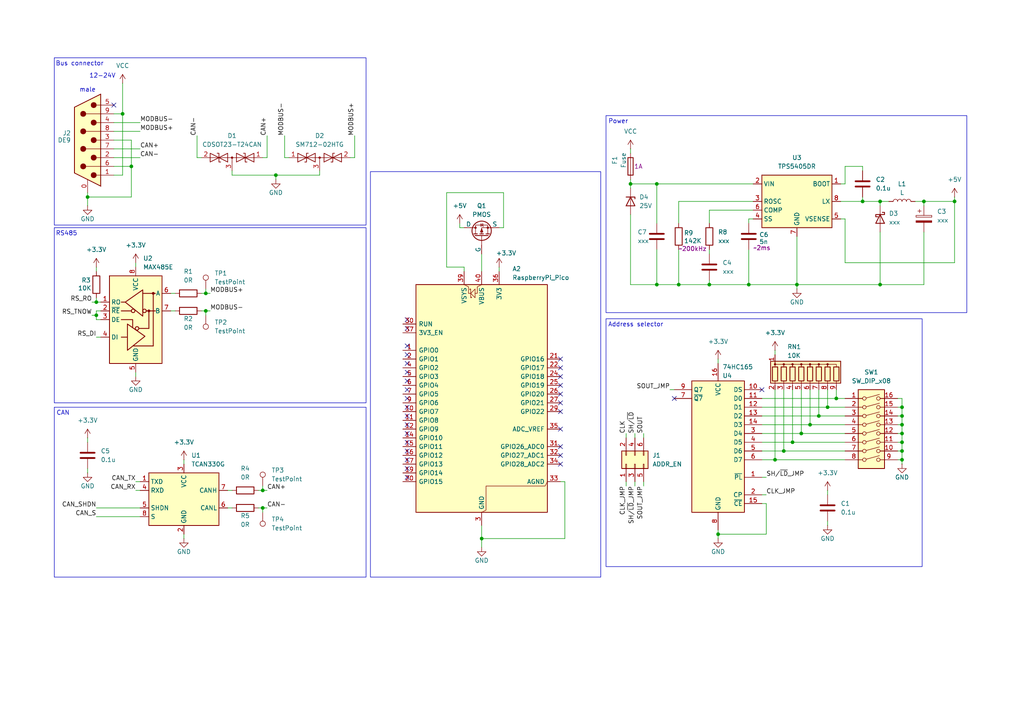
<source format=kicad_sch>
(kicad_sch (version 20250114) (generator "eeschema") (generator_version "9.0")
  (paper "A4")
  (lib_symbols
    (symbol "74xx:74HC165"
      (property "Reference" "U" (at -7.62 19.05 0))
      (property "Value" "74HC165" (at -7.62 -21.59 0))
      (symbol "74HC165_1_0"
        (pin input line (at -12.7 15.24 0) (length 5.08) (name "DS") (number "10"))
        (pin input line (at -12.7 12.7 0) (length 5.08) (name "D0") (number "11"))
        (pin input line (at -12.7 10.16 0) (length 5.08) (name "D1") (number "12"))
        (pin input line (at -12.7 7.62 0) (length 5.08) (name "D2") (number "13"))
        (pin input line (at -12.7 5.08 0) (length 5.08) (name "D3") (number "14"))
        (pin input line (at -12.7 2.54 0) (length 5.08) (name "D4") (number "3"))
        (pin input line (at -12.7 0 0) (length 5.08) (name "D5") (number "4"))
        (pin input line (at -12.7 -2.54 0) (length 5.08) (name "D6") (number "5"))
        (pin input line (at -12.7 -5.08 0) (length 5.08) (name "D7") (number "6"))
        (pin input line (at -12.7 -10.16 0) (length 5.08) (name "~{PL}") (number "1"))
        (pin input line (at -12.7 -15.24 0) (length 5.08) (name "CP") (number "2"))
        (pin input line (at -12.7 -17.78 0) (length 5.08) (name "~{CE}") (number "15"))
        (pin power_in line (at 0 22.86 270) (length 5.08) (name "VCC") (number "16"))
        (pin power_in line (at 0 -25.4 90) (length 5.08) (name "GND") (number "8"))
        (pin output line (at 12.7 15.24 180) (length 5.08) (name "Q7") (number "9"))
        (pin output line (at 12.7 12.7 180) (length 5.08) (name "~{Q7}") (number "7"))
      )
    )
    (symbol "Connector:DE9_Pins_MountingHoles" (pin_names (offset 1.016) (hide yes))
      (property "Reference" "J" (at 0 16.51 0))
      (property "Value" "DE9_Pins_MountingHoles" (at 0 14.605 0))
      (symbol "DE9_Pins_MountingHoles_1_1"
        (pin passive line (at -7.62 10.16 0) (length 3.81) (name "5") (number "5"))
        (pin passive line (at -7.62 7.62 0) (length 3.81) (name "9") (number "9"))
        (pin passive line (at -7.62 5.08 0) (length 3.81) (name "4") (number "4"))
        (pin passive line (at -7.62 2.54 0) (length 3.81) (name "8") (number "8"))
        (pin passive line (at -7.62 0 0) (length 3.81) (name "3") (number "3"))
        (pin passive line (at -7.62 -2.54 0) (length 3.81) (name "7") (number "7"))
        (pin passive line (at -7.62 -5.08 0) (length 3.81) (name "2") (number "2"))
        (pin passive line (at -7.62 -7.62 0) (length 3.81) (name "6") (number "6"))
        (pin passive line (at -7.62 -10.16 0) (length 3.81) (name "1") (number "1"))
        (pin passive line (at 0 -15.24 90) (length 3.81) (name "PAD") (number "0"))
      )
    )
    (symbol "Connector:TestPoint" (pin_numbers (hide yes)) (pin_names (offset 0.762) (hide yes))
      (property "Reference" "TP" (at 0 6.858 0))
      (property "Value" "TestPoint" (at 0 5.08 0))
      (symbol "TestPoint_1_1"
        (pin passive line (at 0 0 90) (length 2.54) (name "1") (number "1"))
      )
    )
    (symbol "Connector_Generic:Conn_02x03_Odd_Even" (pin_names (offset 1.016) (hide yes))
      (property "Reference" "J" (at 1.27 5.08 0))
      (property "Value" "Conn_02x03_Odd_Even" (at 1.27 -5.08 0))
      (symbol "Conn_02x03_Odd_Even_1_1"
        (pin passive line (at -5.08 2.54 0) (length 3.81) (name "Pin_1") (number "1"))
        (pin passive line (at -5.08 0 0) (length 3.81) (name "Pin_3") (number "3"))
        (pin passive line (at -5.08 -2.54 0) (length 3.81) (name "Pin_5") (number "5"))
        (pin passive line (at 7.62 2.54 180) (length 3.81) (name "Pin_2") (number "2"))
        (pin passive line (at 7.62 0 180) (length 3.81) (name "Pin_4") (number "4"))
        (pin passive line (at 7.62 -2.54 180) (length 3.81) (name "Pin_6") (number "6"))
      )
    )
    (symbol "Device:C" (pin_numbers (hide yes)) (pin_names (offset 0.254))
      (property "Reference" "C" (at 0.635 2.54 0))
      (property "Value" "C" (at 0.635 -2.54 0))
      (symbol "C_1_1"
        (pin passive line (at 0 3.81 270) (length 2.794) (name "~") (number "1"))
        (pin passive line (at 0 -3.81 90) (length 2.794) (name "~") (number "2"))
      )
    )
    (symbol "Device:C_Polarized" (pin_numbers (hide yes)) (pin_names (offset 0.254))
      (property "Reference" "C" (at 0.635 2.54 0))
      (property "Value" "C_Polarized" (at 0.635 -2.54 0))
      (symbol "C_Polarized_1_1"
        (pin passive line (at 0 3.81 270) (length 2.794) (name "~") (number "1"))
        (pin passive line (at 0 -3.81 90) (length 2.794) (name "~") (number "2"))
      )
    )
    (symbol "Device:D_Schottky" (pin_numbers (hide yes)) (pin_names (offset 1.016) (hide yes))
      (property "Reference" "D" (at 0 2.54 0))
      (property "Value" "D_Schottky" (at 0 -2.54 0))
      (symbol "D_Schottky_1_1"
        (pin passive line (at -3.81 0 0) (length 2.54) (name "K") (number "1"))
        (pin passive line (at 3.81 0 180) (length 2.54) (name "A") (number "2"))
      )
    )
    (symbol "Device:D_Zener" (pin_numbers (hide yes)) (pin_names (offset 1.016) (hide yes))
      (property "Reference" "D" (at 0 2.54 0))
      (property "Value" "D_Zener" (at 0 -2.54 0))
      (symbol "D_Zener_1_1"
        (pin passive line (at -3.81 0 0) (length 2.54) (name "K") (number "1"))
        (pin passive line (at 3.81 0 180) (length 2.54) (name "A") (number "2"))
      )
    )
    (symbol "Device:Fuse" (pin_numbers (hide yes)) (pin_names (offset 0))
      (property "Reference" "F" (at 2.032 0 90))
      (property "Value" "Fuse" (at -1.905 0 90))
      (symbol "Fuse_1_1"
        (pin passive line (at 0 3.81 270) (length 1.27) (name "~") (number "1"))
        (pin passive line (at 0 -3.81 90) (length 1.27) (name "~") (number "2"))
      )
    )
    (symbol "Device:L" (pin_numbers (hide yes)) (pin_names (offset 1.016) (hide yes))
      (property "Reference" "L" (at -1.27 0 90))
      (property "Value" "L" (at 1.905 0 90))
      (symbol "L_1_1"
        (pin passive line (at 0 3.81 270) (length 1.27) (name "1") (number "1"))
        (pin passive line (at 0 -3.81 90) (length 1.27) (name "2") (number "2"))
      )
    )
    (symbol "Device:R" (pin_numbers (hide yes)) (pin_names (offset 0))
      (property "Reference" "R" (at 2.032 0 90))
      (property "Value" "R" (at 0 0 90))
      (symbol "R_1_1"
        (pin passive line (at 0 3.81 270) (length 1.27) (name "~") (number "1"))
        (pin passive line (at 0 -3.81 90) (length 1.27) (name "~") (number "2"))
      )
    )
    (symbol "Device:R_Network08" (pin_names (offset 0) (hide yes))
      (property "Reference" "RN" (at -12.7 0 90))
      (property "Value" "R_Network08" (at 10.16 0 90))
      (symbol "R_Network08_1_1"
        (pin passive line (at -10.16 5.08 270) (length 2.54) (name "common") (number "1"))
        (pin passive line (at -10.16 -5.08 90) (length 1.27) (name "R1") (number "2"))
        (pin passive line (at -7.62 -5.08 90) (length 1.27) (name "R2") (number "3"))
        (pin passive line (at -5.08 -5.08 90) (length 1.27) (name "R3") (number "4"))
        (pin passive line (at -2.54 -5.08 90) (length 1.27) (name "R4") (number "5"))
        (pin passive line (at 0 -5.08 90) (length 1.27) (name "R5") (number "6"))
        (pin passive line (at 2.54 -5.08 90) (length 1.27) (name "R6") (number "7"))
        (pin passive line (at 5.08 -5.08 90) (length 1.27) (name "R7") (number "8"))
        (pin passive line (at 7.62 -5.08 90) (length 1.27) (name "R8") (number "9"))
      )
    )
    (symbol "Diode:SM712_SOT23" (pin_names (offset 1.016) (hide yes))
      (property "Reference" "D" (at 0 4.445 0))
      (property "Value" "SM712_SOT23" (at 0 2.54 0))
      (symbol "SM712_SOT23_1_1"
        (pin passive line (at -8.89 0 0) (length 2.54) (name "A1") (number "1"))
        (pin input line (at 0 -3.81 90) (length 2.54) (name "common") (number "3"))
        (pin passive line (at 8.89 0 180) (length 2.54) (name "A2") (number "2"))
      )
    )
    (symbol "Interface_CAN_LIN:TCAN330G"
      (property "Reference" "U" (at -10.16 8.89 0))
      (property "Value" "TCAN330G" (at 2.54 8.89 0))
      (symbol "TCAN330G_1_1"
        (pin input line (at -12.7 5.08 0) (length 2.54) (name "TXD") (number "1"))
        (pin tri_state line (at -12.7 2.54 0) (length 2.54) (name "RXD") (number "4"))
        (pin input line (at -12.7 -2.54 0) (length 2.54) (name "SHDN") (number "5"))
        (pin input line (at -12.7 -5.08 0) (length 2.54) (name "S") (number "8"))
        (pin power_in line (at 0 10.16 270) (length 2.54) (name "VCC") (number "3"))
        (pin power_in line (at 0 -10.16 90) (length 2.54) (name "GND") (number "2"))
        (pin bidirectional line (at 12.7 2.54 180) (length 2.54) (name "CANH") (number "7"))
        (pin bidirectional line (at 12.7 -2.54 180) (length 2.54) (name "CANL") (number "6"))
      )
    )
    (symbol "Interface_UART:MAX485E"
      (property "Reference" "U" (at -6.985 13.97 0))
      (property "Value" "MAX485E" (at 1.905 13.97 0))
      (symbol "MAX485E_1_1"
        (pin output line (at -10.16 5.08 0) (length 2.54) (name "RO") (number "1"))
        (pin input line (at -10.16 2.54 0) (length 2.54) (name "~{RE}") (number "2"))
        (pin input line (at -10.16 0 0) (length 2.54) (name "DE") (number "3"))
        (pin input line (at -10.16 -5.08 0) (length 2.54) (name "DI") (number "4"))
        (pin power_in line (at 0 15.24 270) (length 2.54) (name "VCC") (number "8"))
        (pin power_in line (at 0 -15.24 90) (length 2.54) (name "GND") (number "5"))
        (pin bidirectional line (at 10.16 7.62 180) (length 2.54) (name "A") (number "6"))
        (pin bidirectional line (at 10.16 2.54 180) (length 2.54) (name "B") (number "7"))
      )
    )
    (symbol "MCU_Module:RaspberryPi_Pico" (pin_names (offset 0.762))
      (property "Reference" "A" (at -19.05 35.56 0))
      (property "Value" "RaspberryPi_Pico" (at 7.62 35.56 0))
      (symbol "RaspberryPi_Pico_1_1"
        (pin passive line (at -22.86 22.86 0) (length 3.81) (name "RUN") (number "30"))
        (pin passive line (at -22.86 20.32 0) (length 3.81) (name "3V3_EN") (number "37"))
        (pin bidirectional line (at -22.86 15.24 0) (length 3.81) (name "GPIO0") (number "1"))
        (pin bidirectional line (at -22.86 12.7 0) (length 3.81) (name "GPIO1") (number "2"))
        (pin bidirectional line (at -22.86 10.16 0) (length 3.81) (name "GPIO2") (number "4"))
        (pin bidirectional line (at -22.86 7.62 0) (length 3.81) (name "GPIO3") (number "5"))
        (pin bidirectional line (at -22.86 5.08 0) (length 3.81) (name "GPIO4") (number "6"))
        (pin bidirectional line (at -22.86 2.54 0) (length 3.81) (name "GPIO5") (number "7"))
        (pin bidirectional line (at -22.86 0 0) (length 3.81) (name "GPIO6") (number "9"))
        (pin bidirectional line (at -22.86 -2.54 0) (length 3.81) (name "GPIO7") (number "10"))
        (pin bidirectional line (at -22.86 -5.08 0) (length 3.81) (name "GPIO8") (number "11"))
        (pin bidirectional line (at -22.86 -7.62 0) (length 3.81) (name "GPIO9") (number "12"))
        (pin bidirectional line (at -22.86 -10.16 0) (length 3.81) (name "GPIO10") (number "14"))
        (pin bidirectional line (at -22.86 -12.7 0) (length 3.81) (name "GPIO11") (number "15"))
        (pin bidirectional line (at -22.86 -15.24 0) (length 3.81) (name "GPIO12") (number "16"))
        (pin bidirectional line (at -22.86 -17.78 0) (length 3.81) (name "GPIO13") (number "17"))
        (pin bidirectional line (at -22.86 -20.32 0) (length 3.81) (name "GPIO14") (number "19"))
        (pin bidirectional line (at -22.86 -22.86 0) (length 3.81) (name "GPIO15") (number "20"))
        (pin power_in line (at -5.08 38.1 270) (length 3.81) (name "VSYS") (number "39"))
        (pin power_out line (at 0 38.1 270) (length 3.81) (name "VBUS") (number "40"))
        (pin passive line (at 0 -35.56 90) (length 3.81) (hide yes) (name "GND") (number "13"))
        (pin passive line (at 0 -35.56 90) (length 3.81) (hide yes) (name "GND") (number "18"))
        (pin passive line (at 0 -35.56 90) (length 3.81) (hide yes) (name "GND") (number "23"))
        (pin passive line (at 0 -35.56 90) (length 3.81) (hide yes) (name "GND") (number "28"))
        (pin power_out line (at 0 -35.56 90) (length 3.81) (name "GND") (number "3"))
        (pin passive line (at 0 -35.56 90) (length 3.81) (hide yes) (name "GND") (number "38"))
        (pin passive line (at 0 -35.56 90) (length 3.81) (hide yes) (name "GND") (number "8"))
        (pin power_out line (at 5.08 38.1 270) (length 3.81) (name "3V3") (number "36"))
        (pin bidirectional line (at 22.86 12.7 180) (length 3.81) (name "GPIO16") (number "21"))
        (pin bidirectional line (at 22.86 10.16 180) (length 3.81) (name "GPIO17") (number "22"))
        (pin bidirectional line (at 22.86 7.62 180) (length 3.81) (name "GPIO18") (number "24"))
        (pin bidirectional line (at 22.86 5.08 180) (length 3.81) (name "GPIO19") (number "25"))
        (pin bidirectional line (at 22.86 2.54 180) (length 3.81) (name "GPIO20") (number "26"))
        (pin bidirectional line (at 22.86 0 180) (length 3.81) (name "GPIO21") (number "27"))
        (pin bidirectional line (at 22.86 -2.54 180) (length 3.81) (name "GPIO22") (number "29"))
        (pin power_in line (at 22.86 -7.62 180) (length 3.81) (name "ADC_VREF") (number "35"))
        (pin bidirectional line (at 22.86 -12.7 180) (length 3.81) (name "GPIO26_ADC0") (number "31"))
        (pin bidirectional line (at 22.86 -15.24 180) (length 3.81) (name "GPIO27_ADC1") (number "32"))
        (pin bidirectional line (at 22.86 -17.78 180) (length 3.81) (name "GPIO28_ADC2") (number "34"))
        (pin power_out line (at 22.86 -22.86 180) (length 3.81) (name "AGND") (number "33"))
      )
    )
    (symbol "Regulator_Switching:TPS5403"
      (property "Reference" "U" (at 0 11.43 0))
      (property "Value" "TPS5403" (at 0 8.89 0))
      (symbol "TPS5403_1_1"
        (pin power_in line (at -12.7 5.08 0) (length 2.54) (name "VIN") (number "2"))
        (pin passive line (at -12.7 0 0) (length 2.54) (name "ROSC") (number "3"))
        (pin passive line (at -12.7 -2.54 0) (length 2.54) (name "COMP") (number "6"))
        (pin passive line (at -12.7 -5.08 0) (length 2.54) (name "SS") (number "4"))
        (pin power_in line (at 0 -10.16 90) (length 2.54) (name "GND") (number "7"))
        (pin passive line (at 12.7 5.08 180) (length 2.54) (name "BOOT") (number "1"))
        (pin output line (at 12.7 0 180) (length 2.54) (name "LX") (number "8"))
        (pin input line (at 12.7 -5.08 180) (length 2.54) (name "VSENSE") (number "5"))
      )
    )
    (symbol "Simulation_SPICE:PMOS" (pin_numbers (hide yes)) (pin_names (offset 0))
      (property "Reference" "Q" (at 5.08 1.27 0))
      (property "Value" "PMOS" (at 5.08 -1.27 0))
      (symbol "PMOS_1_1"
        (pin input line (at -5.08 0 0) (length 2.54) (name "G") (number "2"))
        (pin passive line (at 2.54 5.08 270) (length 2.54) (name "D") (number "1"))
        (pin passive line (at 2.54 -5.08 90) (length 2.54) (name "S") (number "3"))
      )
    )
    (symbol "Switch:SW_DIP_x08" (pin_names (offset 0) (hide yes))
      (property "Reference" "SW" (at 0 13.97 0))
      (property "Value" "SW_DIP_x08" (at 0 -11.43 0))
      (symbol "SW_DIP_x08_1_1"
        (pin passive line (at -7.62 10.16 0) (length 5.08) (name "~") (number "1"))
        (pin passive line (at -7.62 7.62 0) (length 5.08) (name "~") (number "2"))
        (pin passive line (at -7.62 5.08 0) (length 5.08) (name "~") (number "3"))
        (pin passive line (at -7.62 2.54 0) (length 5.08) (name "~") (number "4"))
        (pin passive line (at -7.62 0 0) (length 5.08) (name "~") (number "5"))
        (pin passive line (at -7.62 -2.54 0) (length 5.08) (name "~") (number "6"))
        (pin passive line (at -7.62 -5.08 0) (length 5.08) (name "~") (number "7"))
        (pin passive line (at -7.62 -7.62 0) (length 5.08) (name "~") (number "8"))
        (pin passive line (at 7.62 10.16 180) (length 5.08) (name "~") (number "16"))
        (pin passive line (at 7.62 7.62 180) (length 5.08) (name "~") (number "15"))
        (pin passive line (at 7.62 5.08 180) (length 5.08) (name "~") (number "14"))
        (pin passive line (at 7.62 2.54 180) (length 5.08) (name "~") (number "13"))
        (pin passive line (at 7.62 0 180) (length 5.08) (name "~") (number "12"))
        (pin passive line (at 7.62 -2.54 180) (length 5.08) (name "~") (number "11"))
        (pin passive line (at 7.62 -5.08 180) (length 5.08) (name "~") (number "10"))
        (pin passive line (at 7.62 -7.62 180) (length 5.08) (name "~") (number "9"))
      )
    )
    (symbol "power:+3.3V" (power) (pin_numbers (hide yes)) (pin_names (offset 0) (hide yes))
      (property "Value" "+3.3V" (at 0 3.556 0))
      (symbol "+3.3V_1_1"
        (pin power_in line (at 0 0 90) (length 0) (name "~") (number "1"))
      )
    )
    (symbol "power:+5V" (power) (pin_numbers (hide yes)) (pin_names (offset 0) (hide yes))
      (property "Value" "+5V" (at 0 3.556 0))
      (symbol "+5V_1_1"
        (pin power_in line (at 0 0 90) (length 0) (name "~") (number "1"))
      )
    )
    (symbol "power:GND" (power) (pin_numbers (hide yes)) (pin_names (offset 0) (hide yes))
      (property "Value" "GND" (at 0 -3.81 0))
      (symbol "GND_1_1"
        (pin power_in line (at 0 0 270) (length 0) (name "~") (number "1"))
      )
    )
    (symbol "power:VCC" (power) (pin_numbers (hide yes)) (pin_names (offset 0) (hide yes))
      (property "Value" "VCC" (at 0 3.556 0))
      (symbol "VCC_1_1"
        (pin power_in line (at 0 0 90) (length 0) (name "~") (number "1"))
      )
    )
  )
  (rectangle (start 107.442 49.784) (end 174.244 167.386))
  (rectangle (start 175.768 33.528) (end 280.416 90.678))
  (rectangle (start 15.748 66.04) (end 106.172 116.84))
  (rectangle (start 15.748 118.11) (end 106.172 167.386))
  (rectangle (start 175.768 92.456) (end 267.462 164.338))
  (rectangle (start 15.748 16.764) (end 106.172 65.278))
  (text "CAN" (at 18.288 119.888 0) (effects (font (size 1.27 1.27))))
  (text "12-24V" (at 29.718 22.098 0) (effects (font (size 1.27 1.27))))
  (text "Power" (at 179.324 35.306 0) (effects (font (size 1.27 1.27))))
  (text "Bus connector" (at 23.114 18.542 0) (effects (font (size 1.27 1.27))))
  (text "Address selector" (at 184.404 94.234 0) (effects (font (size 1.27 1.27))))
  (text "male" (at 25.4 26.162 0) (effects (font (size 1.27 1.27))))
  (text "RS485" (at 19.304 67.818 0) (effects (font (size 1.27 1.27))))
  (junction (at 237.49 120.65))
  (junction (at 255.27 82.55))
  (junction (at 227.33 130.81))
  (junction (at 231.14 82.55))
  (junction (at 250.19 58.42))
  (junction (at 80.01 50.8))
  (junction (at 224.79 133.35))
  (junction (at 261.62 130.81))
  (junction (at 232.41 125.73))
  (junction (at 59.69 85.09))
  (junction (at 267.97 58.42))
  (junction (at 25.4 57.15))
  (junction (at 139.7 156.21))
  (junction (at 76.2 142.24))
  (junction (at 234.95 123.19))
  (junction (at 255.27 58.42))
  (junction (at 261.62 120.65))
  (junction (at 242.57 115.57))
  (junction (at 261.62 133.35))
  (junction (at 35.56 33.02))
  (junction (at 261.62 118.11))
  (junction (at 208.28 154.94))
  (junction (at 205.74 82.55))
  (junction (at 38.1 48.26))
  (junction (at 261.62 128.27))
  (junction (at 240.03 118.11))
  (junction (at 27.94 91.44))
  (junction (at 229.87 128.27))
  (junction (at 261.62 123.19))
  (junction (at 59.69 90.17))
  (junction (at 276.86 58.42))
  (junction (at 27.94 87.63))
  (junction (at 217.17 82.55))
  (junction (at 76.2 147.32))
  (junction (at 190.5 82.55))
  (junction (at 182.88 53.34))
  (junction (at 196.85 82.55))
  (junction (at 261.62 125.73))
  (junction (at 190.5 53.34))
  (no_connect (at 162.56 119.38))
  (no_connect (at 162.56 114.3))
  (no_connect (at 118.11 100.33))
  (no_connect (at 118.11 138.43))
  (no_connect (at 162.56 134.62))
  (no_connect (at 195.58 115.57))
  (no_connect (at 118.11 128.27))
  (no_connect (at 162.56 129.54))
  (no_connect (at 118.11 130.81))
  (no_connect (at 162.56 132.08))
  (no_connect (at 162.56 116.84))
  (no_connect (at 118.11 113.03))
  (no_connect (at 118.11 92.71))
  (no_connect (at 118.11 118.11))
  (no_connect (at 118.11 123.19))
  (no_connect (at 118.11 110.49))
  (no_connect (at 162.56 109.22))
  (no_connect (at 118.11 115.57))
  (no_connect (at 162.56 111.76))
  (no_connect (at 118.11 105.41))
  (no_connect (at 118.11 102.87))
  (no_connect (at 118.11 125.73))
  (no_connect (at 162.56 124.46))
  (no_connect (at 220.98 113.03))
  (no_connect (at 118.11 95.25))
  (no_connect (at 118.11 133.35))
  (no_connect (at 118.11 120.65))
  (no_connect (at 162.56 104.14))
  (no_connect (at 33.02 30.48))
  (no_connect (at 118.11 107.95))
  (no_connect (at 118.11 135.89))
  (no_connect (at 162.56 106.68))
  (wire (pts (xy 217.17 72.39) (xy 217.17 82.55)))
  (wire (pts (xy 220.98 130.81) (xy 227.33 130.81)))
  (wire (pts (xy 220.98 146.05) (xy 222.25 146.05)))
  (wire (pts (xy 59.69 83.82) (xy 59.69 85.09)))
  (wire (pts (xy 182.88 53.34) (xy 182.88 54.61)))
  (wire (pts (xy 27.94 91.44) (xy 27.94 92.71)))
  (wire (pts (xy 224.79 133.35) (xy 245.11 133.35)))
  (wire (pts (xy 190.5 72.39) (xy 190.5 82.55)))
  (wire (pts (xy 260.35 120.65) (xy 261.62 120.65)))
  (wire (pts (xy 237.49 113.03) (xy 237.49 120.65)))
  (wire (pts (xy 220.98 120.65) (xy 237.49 120.65)))
  (wire (pts (xy 220.98 143.51) (xy 222.25 143.51)))
  (wire (pts (xy 182.88 62.23) (xy 182.88 82.55)))
  (wire (pts (xy 82.55 39.37) (xy 82.55 45.72)))
  (wire (pts (xy 146.05 66.04) (xy 146.05 55.88)))
  (wire (pts (xy 208.28 154.94) (xy 208.28 156.21)))
  (wire (pts (xy 217.17 64.77) (xy 217.17 63.5)))
  (wire (pts (xy 26.67 87.63) (xy 27.94 87.63)))
  (wire (pts (xy 58.42 85.09) (xy 59.69 85.09)))
  (wire (pts (xy 38.1 48.26) (xy 33.02 48.26)))
  (wire (pts (xy 220.98 115.57) (xy 242.57 115.57)))
  (wire (pts (xy 74.93 147.32) (xy 76.2 147.32)))
  (wire (pts (xy 245.11 53.34) (xy 245.11 48.26)))
  (wire (pts (xy 250.19 48.26) (xy 250.19 49.53)))
  (wire (pts (xy 245.11 48.26) (xy 250.19 48.26)))
  (wire (pts (xy 261.62 120.65) (xy 261.62 123.19)))
  (wire (pts (xy 38.1 40.64) (xy 33.02 40.64)))
  (wire (pts (xy 76.2 147.32) (xy 76.2 148.59)))
  (wire (pts (xy 242.57 115.57) (xy 245.11 115.57)))
  (wire (pts (xy 146.05 55.88) (xy 129.54 55.88)))
  (wire (pts (xy 186.69 125.73) (xy 186.69 127)))
  (wire (pts (xy 260.35 125.73) (xy 261.62 125.73)))
  (wire (pts (xy 25.4 55.88) (xy 25.4 57.15)))
  (wire (pts (xy 59.69 85.09) (xy 60.96 85.09)))
  (wire (pts (xy 40.64 45.72) (xy 33.02 45.72)))
  (wire (pts (xy 92.71 49.53) (xy 92.71 50.8)))
  (wire (pts (xy 234.95 113.03) (xy 234.95 123.19)))
  (wire (pts (xy 102.87 39.37) (xy 102.87 45.72)))
  (wire (pts (xy 242.57 113.03) (xy 242.57 115.57)))
  (wire (pts (xy 38.1 40.64) (xy 38.1 48.26)))
  (wire (pts (xy 205.74 72.39) (xy 205.74 73.66)))
  (wire (pts (xy 57.15 45.72) (xy 58.42 45.72)))
  (wire (pts (xy 162.56 139.7) (xy 163.83 139.7)))
  (wire (pts (xy 184.15 139.7) (xy 184.15 140.97)))
  (wire (pts (xy 222.25 154.94) (xy 208.28 154.94)))
  (wire (pts (xy 220.98 123.19) (xy 234.95 123.19)))
  (wire (pts (xy 196.85 58.42) (xy 196.85 64.77)))
  (wire (pts (xy 240.03 118.11) (xy 245.11 118.11)))
  (wire (pts (xy 240.03 142.24) (xy 240.03 143.51)))
  (wire (pts (xy 190.5 53.34) (xy 190.5 64.77)))
  (wire (pts (xy 80.01 50.8) (xy 92.71 50.8)))
  (wire (pts (xy 27.94 97.79) (xy 29.21 97.79)))
  (wire (pts (xy 217.17 63.5) (xy 218.44 63.5)))
  (wire (pts (xy 67.31 49.53) (xy 67.31 50.8)))
  (wire (pts (xy 261.62 128.27) (xy 261.62 130.81)))
  (wire (pts (xy 27.94 149.86) (xy 40.64 149.86)))
  (wire (pts (xy 27.94 90.17) (xy 27.94 91.44)))
  (wire (pts (xy 139.7 73.66) (xy 139.7 78.74)))
  (wire (pts (xy 38.1 57.15) (xy 25.4 57.15)))
  (wire (pts (xy 255.27 58.42) (xy 255.27 59.69)))
  (wire (pts (xy 40.64 35.56) (xy 33.02 35.56)))
  (wire (pts (xy 182.88 43.18) (xy 182.88 44.45)))
  (wire (pts (xy 181.61 125.73) (xy 181.61 127)))
  (wire (pts (xy 133.35 66.04) (xy 134.62 66.04)))
  (wire (pts (xy 129.54 77.47) (xy 134.62 77.47)))
  (wire (pts (xy 163.83 139.7) (xy 163.83 156.21)))
  (wire (pts (xy 27.94 86.36) (xy 27.94 87.63)))
  (wire (pts (xy 39.37 107.95) (xy 39.37 109.22)))
  (wire (pts (xy 35.56 33.02) (xy 35.56 50.8)))
  (wire (pts (xy 25.4 57.15) (xy 25.4 59.69)))
  (wire (pts (xy 234.95 123.19) (xy 245.11 123.19)))
  (wire (pts (xy 29.21 90.17) (xy 27.94 90.17)))
  (wire (pts (xy 35.56 50.8) (xy 33.02 50.8)))
  (wire (pts (xy 59.69 90.17) (xy 59.69 91.44)))
  (wire (pts (xy 82.55 45.72) (xy 83.82 45.72)))
  (wire (pts (xy 261.62 130.81) (xy 261.62 133.35)))
  (wire (pts (xy 181.61 139.7) (xy 181.61 140.97)))
  (wire (pts (xy 260.35 133.35) (xy 261.62 133.35)))
  (wire (pts (xy 222.25 146.05) (xy 222.25 154.94)))
  (wire (pts (xy 53.34 154.94) (xy 53.34 156.21)))
  (wire (pts (xy 260.35 123.19) (xy 261.62 123.19)))
  (wire (pts (xy 227.33 113.03) (xy 227.33 130.81)))
  (wire (pts (xy 255.27 58.42) (xy 257.81 58.42)))
  (wire (pts (xy 33.02 33.02) (xy 35.56 33.02)))
  (wire (pts (xy 232.41 113.03) (xy 232.41 125.73)))
  (wire (pts (xy 38.1 48.26) (xy 38.1 57.15)))
  (wire (pts (xy 26.67 91.44) (xy 27.94 91.44)))
  (wire (pts (xy 39.37 139.7) (xy 40.64 139.7)))
  (wire (pts (xy 39.37 142.24) (xy 40.64 142.24)))
  (wire (pts (xy 224.79 113.03) (xy 224.79 133.35)))
  (wire (pts (xy 255.27 67.31) (xy 255.27 82.55)))
  (wire (pts (xy 208.28 104.14) (xy 208.28 105.41)))
  (wire (pts (xy 27.94 77.47) (xy 27.94 78.74)))
  (wire (pts (xy 276.86 58.42) (xy 276.86 76.2)))
  (wire (pts (xy 218.44 60.96) (xy 205.74 60.96)))
  (wire (pts (xy 276.86 58.42) (xy 267.97 58.42)))
  (wire (pts (xy 250.19 58.42) (xy 255.27 58.42)))
  (wire (pts (xy 163.83 156.21) (xy 139.7 156.21)))
  (wire (pts (xy 27.94 87.63) (xy 29.21 87.63)))
  (wire (pts (xy 255.27 82.55) (xy 231.14 82.55)))
  (wire (pts (xy 59.69 90.17) (xy 60.96 90.17)))
  (wire (pts (xy 227.33 130.81) (xy 245.11 130.81)))
  (wire (pts (xy 129.54 55.88) (xy 129.54 77.47)))
  (wire (pts (xy 217.17 82.55) (xy 205.74 82.55)))
  (wire (pts (xy 67.31 50.8) (xy 80.01 50.8)))
  (wire (pts (xy 76.2 147.32) (xy 77.47 147.32)))
  (wire (pts (xy 267.97 58.42) (xy 267.97 59.69)))
  (wire (pts (xy 57.15 39.37) (xy 57.15 45.72)))
  (wire (pts (xy 231.14 68.58) (xy 231.14 82.55)))
  (wire (pts (xy 76.2 142.24) (xy 77.47 142.24)))
  (wire (pts (xy 220.98 138.43) (xy 222.25 138.43)))
  (wire (pts (xy 58.42 90.17) (xy 59.69 90.17)))
  (wire (pts (xy 190.5 82.55) (xy 196.85 82.55)))
  (wire (pts (xy 134.62 77.47) (xy 134.62 78.74)))
  (wire (pts (xy 182.88 82.55) (xy 190.5 82.55)))
  (wire (pts (xy 53.34 133.35) (xy 53.34 134.62)))
  (wire (pts (xy 49.53 85.09) (xy 50.8 85.09)))
  (wire (pts (xy 35.56 24.13) (xy 35.56 33.02)))
  (wire (pts (xy 220.98 125.73) (xy 232.41 125.73)))
  (wire (pts (xy 237.49 120.65) (xy 245.11 120.65)))
  (wire (pts (xy 261.62 115.57) (xy 261.62 118.11)))
  (wire (pts (xy 74.93 142.24) (xy 76.2 142.24)))
  (wire (pts (xy 245.11 76.2) (xy 276.86 76.2)))
  (wire (pts (xy 276.86 57.15) (xy 276.86 58.42)))
  (wire (pts (xy 260.35 118.11) (xy 261.62 118.11)))
  (wire (pts (xy 144.78 66.04) (xy 146.05 66.04)))
  (wire (pts (xy 40.64 43.18) (xy 33.02 43.18)))
  (wire (pts (xy 139.7 152.4) (xy 139.7 156.21)))
  (wire (pts (xy 196.85 82.55) (xy 205.74 82.55)))
  (wire (pts (xy 261.62 123.19) (xy 261.62 125.73)))
  (wire (pts (xy 260.35 115.57) (xy 261.62 115.57)))
  (wire (pts (xy 229.87 128.27) (xy 245.11 128.27)))
  (wire (pts (xy 194.31 113.03) (xy 195.58 113.03)))
  (wire (pts (xy 261.62 118.11) (xy 261.62 120.65)))
  (wire (pts (xy 217.17 82.55) (xy 231.14 82.55)))
  (wire (pts (xy 267.97 67.31) (xy 267.97 82.55)))
  (wire (pts (xy 144.78 77.47) (xy 144.78 78.74)))
  (wire (pts (xy 49.53 90.17) (xy 50.8 90.17)))
  (wire (pts (xy 186.69 139.7) (xy 186.69 140.97)))
  (wire (pts (xy 260.35 130.81) (xy 261.62 130.81)))
  (wire (pts (xy 220.98 128.27) (xy 229.87 128.27)))
  (wire (pts (xy 205.74 81.28) (xy 205.74 82.55)))
  (wire (pts (xy 261.62 133.35) (xy 261.62 134.62)))
  (wire (pts (xy 267.97 82.55) (xy 255.27 82.55)))
  (wire (pts (xy 243.84 53.34) (xy 245.11 53.34)))
  (wire (pts (xy 40.64 38.1) (xy 33.02 38.1)))
  (wire (pts (xy 243.84 58.42) (xy 250.19 58.42)))
  (wire (pts (xy 196.85 72.39) (xy 196.85 82.55)))
  (wire (pts (xy 240.03 113.03) (xy 240.03 118.11)))
  (wire (pts (xy 190.5 53.34) (xy 218.44 53.34)))
  (wire (pts (xy 243.84 63.5) (xy 245.11 63.5)))
  (wire (pts (xy 220.98 118.11) (xy 240.03 118.11)))
  (wire (pts (xy 184.15 125.73) (xy 184.15 127)))
  (wire (pts (xy 261.62 125.73) (xy 261.62 128.27)))
  (wire (pts (xy 25.4 127) (xy 25.4 128.27)))
  (wire (pts (xy 27.94 92.71) (xy 29.21 92.71)))
  (wire (pts (xy 66.04 147.32) (xy 67.31 147.32)))
  (wire (pts (xy 76.2 140.97) (xy 76.2 142.24)))
  (wire (pts (xy 25.4 135.89) (xy 25.4 137.16)))
  (wire (pts (xy 102.87 45.72) (xy 101.6 45.72)))
  (wire (pts (xy 80.01 50.8) (xy 80.01 52.07)))
  (wire (pts (xy 240.03 151.13) (xy 240.03 152.4)))
  (wire (pts (xy 229.87 113.03) (xy 229.87 128.27)))
  (wire (pts (xy 245.11 63.5) (xy 245.11 76.2)))
  (wire (pts (xy 205.74 60.96) (xy 205.74 64.77)))
  (wire (pts (xy 133.35 64.77) (xy 133.35 66.04)))
  (wire (pts (xy 260.35 128.27) (xy 261.62 128.27)))
  (wire (pts (xy 218.44 58.42) (xy 196.85 58.42)))
  (wire (pts (xy 250.19 57.15) (xy 250.19 58.42)))
  (wire (pts (xy 224.79 101.6) (xy 224.79 102.87)))
  (wire (pts (xy 182.88 52.07) (xy 182.88 53.34)))
  (wire (pts (xy 231.14 82.55) (xy 231.14 83.82)))
  (wire (pts (xy 27.94 147.32) (xy 40.64 147.32)))
  (wire (pts (xy 220.98 133.35) (xy 224.79 133.35)))
  (wire (pts (xy 66.04 142.24) (xy 67.31 142.24)))
  (wire (pts (xy 232.41 125.73) (xy 245.11 125.73)))
  (wire (pts (xy 77.47 45.72) (xy 76.2 45.72)))
  (wire (pts (xy 139.7 156.21) (xy 139.7 158.75)))
  (wire (pts (xy 208.28 153.67) (xy 208.28 154.94)))
  (wire (pts (xy 182.88 53.34) (xy 190.5 53.34)))
  (wire (pts (xy 77.47 39.37) (xy 77.47 45.72)))
  (wire (pts (xy 39.37 76.2) (xy 39.37 77.47)))
  (wire (pts (xy 265.43 58.42) (xy 267.97 58.42)))
  (label "CLK_JMP" (at 222.25 143.51 0))
  (label "RS_DI" (at 27.94 97.79 180))
  (label "MODBUS+" (at 40.64 38.1 0))
  (label "SH{slash}~{LD}_JMP" (at 222.25 138.43 0))
  (label "CAN-" (at 57.15 39.37 90))
  (label "MODBUS-" (at 82.55 39.37 90))
  (label "CAN+" (at 40.64 43.18 0))
  (label "SOUT_JMP" (at 194.31 113.03 180))
  (label "CLK" (at 181.61 125.73 90))
  (label "CAN_RX" (at 39.37 142.24 180))
  (label "SH{slash}~{LD}" (at 184.15 125.73 90))
  (label "SOUT_JMP" (at 186.69 140.97 270))
  (label "SH{slash}~{LD}_JMP" (at 184.15 140.97 270))
  (label "SOUT" (at 186.69 125.73 90))
  (label "CLK_JMP" (at 181.61 140.97 270))
  (label "CAN-" (at 40.64 45.72 0))
  (label "CAN+" (at 77.47 39.37 90))
  (label "MODBUS+" (at 102.87 39.37 90))
  (label "CAN-" (at 77.47 147.32 0))
  (label "RS_TNOW" (at 26.67 91.44 180))
  (label "RS_RO" (at 26.67 87.63 180))
  (label "MODBUS+" (at 60.96 85.09 0))
  (label "MODBUS-" (at 40.64 35.56 0))
  (label "CAN_SHDN" (at 27.94 147.32 180))
  (label "CAN_S" (at 27.94 149.86 180))
  (label "CAN_TX" (at 39.37 139.7 180))
  (label "CAN+" (at 77.47 142.24 0))
  (label "MODBUS-" (at 60.96 90.17 0))
  (symbol (lib_id "Device:C_Polarized") (at 267.97 63.5 0) (unit 1)
    (property "Reference" "C3" (at 271.78 61.3409 0) (effects (justify left)))
    (property "Value" "xxx" (at 271.78 63.8809 0) (effects (justify left)))
    (property "Description" "Polarized capacitor" (effects (hide yes)))
  )
  (symbol (lib_id "Connector:TestPoint") (at 76.2 140.97 0) (unit 1)
    (property "Reference" "TP3" (at 78.74 136.3979 0) (effects (justify left)))
    (property "Value" "TestPoint" (at 78.74 138.9379 0) (effects (justify left)))
    (property "Footprint" "TestPoint:TestPoint_Pad_D1.5mm" (effects (hide yes)))
    (property "Description" "test point" (effects (hide yes)))
  )
  (symbol (lib_id "power:VCC") (at 182.88 43.18 0) (mirror y) (unit 1)
    (property "Reference" "#PWR021" (effects (hide yes)))
    (property "Value" "VCC" (at 182.88 38.1 0))
    (property "Description" "Power symbol creates a global label with name \"VCC\"" (effects (hide yes)))
  )
  (symbol (lib_id "Device:C") (at 190.5 68.58 180) (unit 1)
    (property "Reference" "C7" (at 184.912 67.31 0) (effects (justify right)))
    (property "Value" "xxx" (at 184.912 69.85 0) (effects (justify right)))
    (property "Description" "Unpolarized capacitor" (effects (hide yes)))
  )
  (symbol (lib_id "power:GND") (at 25.4 59.69 0) (mirror y) (unit 1)
    (property "Reference" "#PWR036" (effects (hide yes)))
    (property "Value" "GND" (at 25.4 63.5 0))
    (property "Description" "Power symbol creates a global label with name \"GND\" , ground" (effects (hide yes)))
  )
  (symbol (lib_id "Interface_UART:MAX485E") (at 39.37 92.71 0) (unit 1)
    (property "Reference" "U2" (at 41.5133 74.93 0) (effects (justify left)))
    (property "Value" "MAX485E" (at 41.5133 77.47 0) (effects (justify left)))
    (property "Footprint" "Package_SO:SOIC-8_3.9x4.9mm_P1.27mm" (effects (hide yes)))
    (property "Datasheet" "https://datasheets.maximintegrated.com/en/ds/MAX1487E-MAX491E.pdf" (effects (hide yes)))
    (property "Description" "Half duplex RS-485/RS-422, 2.5 Mbps, ±15kV electro-static discharge (ESD) protection, no slew-rate, no low-power shutdown, with receiver/driver enable, 32 receiver drive capability, DIP-8 and SOIC-8" (effects (hide yes)))
  )
  (symbol (lib_id "power:GND") (at 231.14 83.82 0) (mirror y) (unit 1)
    (property "Reference" "#PWR018" (effects (hide yes)))
    (property "Value" "GND" (at 231.14 87.63 0))
    (property "Description" "Power symbol creates a global label with name \"GND\" , ground" (effects (hide yes)))
  )
  (symbol (lib_id "Device:C") (at 25.4 132.08 0) (unit 1)
    (property "Reference" "C5" (at 29.21 130.8099 0) (effects (justify left)))
    (property "Value" "0.1u" (at 29.21 133.3499 0) (effects (justify left)))
    (property "Description" "Unpolarized capacitor" (effects (hide yes)))
  )
  (symbol (lib_id "Connector_Generic:Conn_02x03_Odd_Even") (at 184.15 134.62 90) (unit 1)
    (property "Reference" "J1" (at 189.23 132.0799 90) (effects (justify right)))
    (property "Value" "ADDR_EN" (at 189.23 134.6199 90) (effects (justify right)))
    (property "Description" "Generic connector, double row, 02x03, odd/even pin numbering scheme (row 1 odd numbers, row 2 even numbers), script generated (kicad-library-utils/schlib/autogen/connector/)" (effects (hide yes)))
  )
  (symbol (lib_id "Device:Fuse") (at 182.88 48.26 180) (unit 1)
    (property "Reference" "F1" (at 178.308 46.482 90))
    (property "Value" "Fuse" (at 180.848 46.482 90))
    (property "Description" "1A" (at 185.166 48.26 0))
  )
  (symbol (lib_id "Device:L") (at 261.62 58.42 90) (unit 1)
    (property "Reference" "L1" (at 261.62 53.34 90))
    (property "Value" "L" (at 261.62 55.88 90))
    (property "Description" "Inductor" (effects (hide yes)))
  )
  (symbol (lib_id "power:+3.3V") (at 208.28 104.14 0) (unit 1)
    (property "Reference" "#PWR09" (effects (hide yes)))
    (property "Value" "+3.3V" (at 208.28 99.06 0))
    (property "Description" "Power symbol creates a global label with name \"+3.3V\"" (effects (hide yes)))
  )
  (symbol (lib_id "power:GND") (at 53.34 156.21 0) (mirror y) (unit 1)
    (property "Reference" "#PWR016" (effects (hide yes)))
    (property "Value" "GND" (at 53.34 160.02 0))
    (property "Description" "Power symbol creates a global label with name \"GND\" , ground" (effects (hide yes)))
  )
  (symbol (lib_id "Regulator_Switching:TPS5403") (at 231.14 58.42 0) (unit 1)
    (property "Reference" "U3" (at 231.14 45.72 0))
    (property "Value" "TPS5405DR" (at 231.14 48.26 0))
    (property "Footprint" "Package_SO:SOIC-8_3.9x4.9mm_P1.27mm" (effects (hide yes)))
    (property "Datasheet" "https://www.ti.com/lit/ds/symlink/tps5403.pdf" (effects (hide yes)))
    (property "Description" "4.5-28V In, 3.3V Out, 1.7A, SOIC-8" (effects (hide yes)))
  )
  (symbol (lib_id "power:+5V") (at 276.86 57.15 0) (unit 1)
    (property "Reference" "#PWR023" (effects (hide yes)))
    (property "Value" "+5V" (at 276.86 52.07 0))
    (property "Description" "Power symbol creates a global label with name \"+5V\"" (effects (hide yes)))
  )
  (symbol (lib_id "power:+5V") (at 133.35 64.77 0) (unit 1)
    (property "Reference" "#PWR02" (effects (hide yes)))
    (property "Value" "+5V" (at 133.35 59.69 0))
    (property "Description" "Power symbol creates a global label with name \"+5V\"" (effects (hide yes)))
  )
  (symbol (lib_id "Device:R") (at 205.74 68.58 180) (unit 1)
    (property "Reference" "R8" (at 208.28 67.3099 0) (effects (justify right)))
    (property "Value" "xxx" (at 208.28 69.8499 0) (effects (justify right)))
    (property "Description" "Resistor" (effects (hide yes)))
  )
  (symbol (lib_id "power:GND") (at 261.62 134.62 0) (mirror y) (unit 1)
    (property "Reference" "#PWR06" (effects (hide yes)))
    (property "Value" "GND" (at 261.62 138.43 0))
    (property "Description" "Power symbol creates a global label with name \"GND\" , ground" (effects (hide yes)))
  )
  (symbol (lib_id "Interface_CAN_LIN:TCAN330G") (at 53.34 144.78 0) (unit 1)
    (property "Reference" "U1" (at 55.4833 132.08 0) (effects (justify left)))
    (property "Value" "TCAN330G" (at 55.4833 134.62 0) (effects (justify left)))
    (property "Footprint" "Package_SO:SOIC-8-1EP_3.9x4.9mm_P1.27mm_EP2.29x3mm" (effects (hide yes)))
    (property "Datasheet" "http://www.ti.com/lit/ds/symlink/tcan337.pdf" (effects (hide yes)))
    (property "Description" "High-Speed CAN Transceiver with CAN FD, 5Mbps, 3.3V supply, silent mode, shutdown mode, SOT-23-8/SOIC-8" (effects (hide yes)))
  )
  (symbol (lib_id "power:+3.3V") (at 53.34 133.35 0) (unit 1)
    (property "Reference" "#PWR015" (effects (hide yes)))
    (property "Value" "+3.3V" (at 53.34 128.27 0))
    (property "Description" "Power symbol creates a global label with name \"+3.3V\"" (effects (hide yes)))
  )
  (symbol (lib_id "power:+3.3V") (at 25.4 127 0) (unit 1)
    (property "Reference" "#PWR019" (effects (hide yes)))
    (property "Value" "+3.3V" (at 25.4 121.92 0))
    (property "Description" "Power symbol creates a global label with name \"+3.3V\"" (effects (hide yes)))
  )
  (symbol (lib_id "Switch:SW_DIP_x08") (at 252.73 125.73 0) (unit 1)
    (property "Reference" "SW1" (at 252.73 107.95 0))
    (property "Value" "SW_DIP_x08" (at 252.73 110.49 0))
    (property "Footprint" "Button_Switch_SMD:SW_DIP_SPSTx08_Slide_KingTek_DSHP08TS_W7.62mm_P1.27mm" (effects (hide yes)))
    (property "Description" "8x DIP Switch, Single Pole Single Throw (SPST) switch, small symbol" (effects (hide yes)))
    (property "LCSC Part #" "C3293147" (effects (hide yes)))
  )
  (symbol (lib_id "power:GND") (at 208.28 156.21 0) (mirror y) (unit 1)
    (property "Reference" "#PWR08" (effects (hide yes)))
    (property "Value" "GND" (at 208.28 160.02 0))
    (property "Description" "Power symbol creates a global label with name \"GND\" , ground" (effects (hide yes)))
  )
  (symbol (lib_id "74xx:74HC165") (at 208.28 128.27 0) (mirror y) (unit 1)
    (property "Reference" "U4" (at 209.55 108.966 0) (effects (justify right)))
    (property "Value" "74HC165" (at 209.55 106.426 0) (effects (justify right)))
    (property "Footprint" "Package_SO:SOIC-16_3.9x9.9mm_P1.27mm" (effects (hide yes)))
    (property "Datasheet" "https://assets.nexperia.com/documents/data-sheet/74HC_HCT165.pdf" (effects (hide yes)))
    (property "Description" "Shift Register, 8-bit, Parallel Load" (effects (hide yes)))
  )
  (symbol (lib_id "power:GND") (at 139.7 158.75 0) (mirror y) (unit 1)
    (property "Reference" "#PWR03" (effects (hide yes)))
    (property "Value" "GND" (at 139.7 162.56 0))
    (property "Description" "Power symbol creates a global label with name \"GND\" , ground" (effects (hide yes)))
  )
  (symbol (lib_id "power:GND") (at 240.03 152.4 0) (mirror y) (unit 1)
    (property "Reference" "#PWR010" (effects (hide yes)))
    (property "Value" "GND" (at 240.03 156.21 0))
    (property "Description" "Power symbol creates a global label with name \"GND\" , ground" (effects (hide yes)))
  )
  (symbol (lib_id "Device:D_Schottky") (at 255.27 63.5 270) (unit 1)
    (property "Reference" "D3" (at 257.81 61.9124 90) (effects (justify left)))
    (property "Value" "xxx" (at 257.81 64.4524 90) (effects (justify left)))
    (property "Description" "Schottky diode" (effects (hide yes)))
  )
  (symbol (lib_id "Connector:TestPoint") (at 59.69 83.82 0) (unit 1)
    (property "Reference" "TP1" (at 62.23 79.2479 0) (effects (justify left)))
    (property "Value" "TestPoint" (at 62.23 81.7879 0) (effects (justify left)))
    (property "Footprint" "TestPoint:TestPoint_Pad_D1.5mm" (effects (hide yes)))
    (property "Description" "test point" (effects (hide yes)))
  )
  (symbol (lib_id "power:+3.3V") (at 240.03 142.24 0) (unit 1)
    (property "Reference" "#PWR07" (effects (hide yes)))
    (property "Value" "+3.3V" (at 240.03 137.16 0))
    (property "Description" "Power symbol creates a global label with name \"+3.3V\"" (effects (hide yes)))
  )
  (symbol (lib_id "Device:R") (at 196.85 68.58 180) (unit 1)
    (property "Reference" "R9" (at 198.374 67.564 0) (effects (justify right)))
    (property "Value" "142K" (at 198.374 69.85 0) (effects (justify right)))
    (property "Description" "~200kHz" (at 200.914 72.136 0))
  )
  (symbol (lib_id "Device:R") (at 71.12 142.24 90) (unit 1)
    (property "Reference" "R4" (at 71.12 135.89 90))
    (property "Value" "0R" (at 71.12 138.43 90))
    (property "Description" "Resistor" (effects (hide yes)))
  )
  (symbol (lib_id "power:+3.3V") (at 27.94 77.47 0) (unit 1)
    (property "Reference" "#PWR014" (effects (hide yes)))
    (property "Value" "+3.3V" (at 27.94 72.39 0))
    (property "Description" "Power symbol creates a global label with name \"+3.3V\"" (effects (hide yes)))
  )
  (symbol (lib_id "power:VCC") (at 35.56 24.13 0) (mirror y) (unit 1)
    (property "Reference" "#PWR01" (effects (hide yes)))
    (property "Value" "VCC" (at 35.56 19.05 0))
    (property "Description" "Power symbol creates a global label with name \"VCC\"" (effects (hide yes)))
  )
  (symbol (lib_id "Device:R_Network08") (at 234.95 107.95 0) (unit 1)
    (property "Reference" "RN1" (at 228.346 100.584 0) (effects (justify left)))
    (property "Value" "10K" (at 228.346 103.124 0) (effects (justify left)))
    (property "Footprint" "Resistor_THT:R_Array_SIP9" (effects (hide yes)))
    (property "Datasheet" "http://www.vishay.com/docs/31509/csc.pdf" (effects (hide yes)))
    (property "Description" "8 resistor network, star topology, bussed resistors, small symbol" (effects (hide yes)))
  )
  (symbol (lib_id "power:GND") (at 25.4 137.16 0) (mirror y) (unit 1)
    (property "Reference" "#PWR020" (effects (hide yes)))
    (property "Value" "GND" (at 25.4 140.97 0))
    (property "Description" "Power symbol creates a global label with name \"GND\" , ground" (effects (hide yes)))
  )
  (symbol (lib_id "Device:R") (at 54.61 90.17 90) (unit 1)
    (property "Reference" "R2" (at 54.61 92.456 90))
    (property "Value" "0R" (at 54.61 94.996 90))
    (property "Description" "Resistor" (effects (hide yes)))
  )
  (symbol (lib_id "Diode:SM712_SOT23") (at 92.71 45.72 0) (unit 1)
    (property "Reference" "D2" (at 92.71 39.37 0))
    (property "Value" "SM712-02HTG" (at 92.71 41.91 0))
    (property "Footprint" "Package_TO_SOT_SMD:SOT-23" (effects (hide yes)))
    (property "Datasheet" "\\datasheets\\SM712-02HTG.pdf" (effects (hide yes)))
    (property "Description" "7V/12V, 600W Asymmetrical TVS Diode Array, SOT-23" (effects (hide yes)))
    (property "LCSC Part #" "C172881" (effects (hide yes)))
  )
  (symbol (lib_id "Device:C") (at 240.03 147.32 0) (unit 1)
    (property "Reference" "C1" (at 243.84 146.0499 0) (effects (justify left)))
    (property "Value" "0.1u" (at 243.84 148.5899 0) (effects (justify left)))
    (property "Description" "Unpolarized capacitor" (effects (hide yes)))
  )
  (symbol (lib_id "MCU_Module:RaspberryPi_Pico") (at 139.7 116.84 0) (unit 1)
    (property "Reference" "A2" (at 148.59 77.978 0) (effects (justify left)))
    (property "Value" "RaspberryPi_Pico" (at 148.59 80.518 0) (effects (justify left)))
    (property "Footprint" "Module:RaspberryPi_Pico_Common_Unspecified" (effects (hide yes)))
    (property "Datasheet" "https://datasheets.raspberrypi.com/pico/pico-datasheet.pdf" (effects (hide yes)))
    (property "Description" "Versatile and inexpensive microcontroller module powered by RP2040 dual-core Arm Cortex-M0+ processor up to 133 MHz, 264kB SRAM, 2MB QSPI flash; also supports Raspberry Pi Pico 2" (effects (hide yes)))
  )
  (symbol (lib_id "Simulation_SPICE:PMOS") (at 139.7 68.58 90) (unit 1)
    (property "Reference" "Q1" (at 139.7 59.69 90))
    (property "Value" "PMOS" (at 139.7 62.23 90))
    (property "Datasheet" "https://ngspice.sourceforge.io/docs/ngspice-html-manual/manual.xhtml#cha_MOSFETs" (effects (hide yes)))
    (property "Description" "P-MOSFET transistor, drain/source/gate" (effects (hide yes)))
    (property "Sim.Device" "PMOS" (effects (hide yes)))
    (property "Sim.Type" "VDMOS" (effects (hide yes)))
    (property "Sim.Pins" "1=D 2=G 3=S" (effects (hide yes)))
  )
  (symbol (lib_id "Diode:SM712_SOT23") (at 67.31 45.72 0) (mirror y) (unit 1)
    (property "Reference" "D1" (at 67.31 39.37 0))
    (property "Value" "CDSOT23-T24CAN" (at 67.31 41.91 0))
    (property "Footprint" "Package_TO_SOT_SMD:SOT-23" (effects (hide yes)))
    (property "Datasheet" "\\datasheets\\CDSOT23-T24CAN.pdf" (effects (hide yes)))
    (property "LCSC Part #" "C2959841" (effects (hide yes)))
  )
  (symbol (lib_id "power:GND") (at 80.01 52.07 0) (mirror y) (unit 1)
    (property "Reference" "#PWR011" (effects (hide yes)))
    (property "Value" "GND" (at 80.01 55.88 0))
    (property "Description" "Power symbol creates a global label with name \"GND\" , ground" (effects (hide yes)))
  )
  (symbol (lib_id "power:GND") (at 39.37 109.22 0) (mirror y) (unit 1)
    (property "Reference" "#PWR013" (effects (hide yes)))
    (property "Value" "GND" (at 39.37 113.03 0))
    (property "Description" "Power symbol creates a global label with name \"GND\" , ground" (effects (hide yes)))
  )
  (symbol (lib_id "Device:R") (at 71.12 147.32 90) (unit 1)
    (property "Reference" "R5" (at 71.12 149.606 90))
    (property "Value" "0R" (at 71.12 152.146 90))
    (property "Description" "Resistor" (effects (hide yes)))
  )
  (symbol (lib_id "Device:C") (at 205.74 77.47 180) (unit 1)
    (property "Reference" "C4" (at 209.55 76.1999 0) (effects (justify right)))
    (property "Value" "xxx" (at 209.55 78.7399 0) (effects (justify right)))
    (property "Description" "Unpolarized capacitor" (effects (hide yes)))
  )
  (symbol (lib_id "power:+3.3V") (at 39.37 76.2 0) (unit 1)
    (property "Reference" "#PWR012" (effects (hide yes)))
    (property "Value" "+3.3V" (at 39.37 71.12 0))
    (property "Description" "Power symbol creates a global label with name \"+3.3V\"" (effects (hide yes)))
  )
  (symbol (lib_id "Device:C") (at 250.19 53.34 0) (unit 1)
    (property "Reference" "C2" (at 254 52.0699 0) (effects (justify left)))
    (property "Value" "0.1u" (at 254 54.6099 0) (effects (justify left)))
    (property "Description" "Unpolarized capacitor" (effects (hide yes)))
  )
  (symbol (lib_id "Device:R") (at 54.61 85.09 90) (unit 1)
    (property "Reference" "R1" (at 54.61 78.74 90))
    (property "Value" "0R" (at 54.61 81.28 90))
    (property "Description" "Resistor" (effects (hide yes)))
  )
  (symbol (lib_id "Connector:DE9_Pins_MountingHoles") (at 25.4 40.64 0) (mirror y) (unit 1)
    (property "Reference" "J2" (at 20.574 38.608 0) (effects (justify left)))
    (property "Value" "DE9" (at 20.574 40.64 0) (effects (justify left)))
    (property "Footprint" "Connector_Dsub:DSUB-9_Pins_Horizontal_P2.77x2.84mm_EdgePinOffset7.70mm_Housed_MountingHolesOffset9.12mm" (effects (hide yes)))
    (property "Datasheet" "\\datasheets\\de9.pdf" (effects (hide yes)))
    (property "Description" "9-pin D-SUB connector, pins (male), Mounting Hole" (effects (hide yes)))
    (property "LCSC" "https://www.lcsc.com/product-detail/C19077344.html?s_z=n_dsub" (effects (hide yes)))
  )
  (symbol (lib_id "Device:C") (at 217.17 68.58 180) (unit 1)
    (property "Reference" "C6" (at 220.218 68.072 0) (effects (justify right)))
    (property "Value" "5n" (at 220.218 70.104 0) (effects (justify right)))
    (property "Description" "~2ms" (at 220.98 71.882 0))
  )
  (symbol (lib_id "power:+3.3V") (at 144.78 77.47 0) (unit 1)
    (property "Reference" "#PWR04" (effects (hide yes)))
    (property "Value" "+3.3V" (at 146.812 73.406 0))
    (property "Description" "Power symbol creates a global label with name \"+3.3V\"" (effects (hide yes)))
  )
  (symbol (lib_id "Connector:TestPoint") (at 59.69 91.44 180) (unit 1)
    (property "Reference" "TP2" (at 62.23 93.4719 0) (effects (justify right)))
    (property "Value" "TestPoint" (at 62.23 96.0119 0) (effects (justify right)))
    (property "Footprint" "TestPoint:TestPoint_Pad_D1.5mm" (effects (hide yes)))
    (property "Description" "test point" (effects (hide yes)))
  )
  (symbol (lib_id "power:+3.3V") (at 224.79 101.6 0) (unit 1)
    (property "Reference" "#PWR05" (effects (hide yes)))
    (property "Value" "+3.3V" (at 224.79 96.52 0))
    (property "Description" "Power symbol creates a global label with name \"+3.3V\"" (effects (hide yes)))
  )
  (symbol (lib_id "Connector:TestPoint") (at 76.2 148.59 180) (unit 1)
    (property "Reference" "TP4" (at 78.74 150.6219 0) (effects (justify right)))
    (property "Value" "TestPoint" (at 78.74 153.1619 0) (effects (justify right)))
    (property "Footprint" "TestPoint:TestPoint_Pad_D1.5mm" (effects (hide yes)))
    (property "Description" "test point" (effects (hide yes)))
  )
  (symbol (lib_id "Device:R") (at 27.94 82.55 180) (unit 1)
    (property "Reference" "R3" (at 23.622 81.28 0) (effects (justify right)))
    (property "Value" "10K" (at 22.606 83.566 0) (effects (justify right)))
    (property "Description" "Resistor" (effects (hide yes)))
  )
  (symbol (lib_id "Device:D_Zener") (at 182.88 58.42 270) (unit 1)
    (property "Reference" "D4" (at 185.42 57.1499 90) (effects (justify left)))
    (property "Value" "25V" (at 185.42 59.6899 90) (effects (justify left)))
    (property "Description" "Zener diode" (effects (hide yes)))
  )
)
</source>
